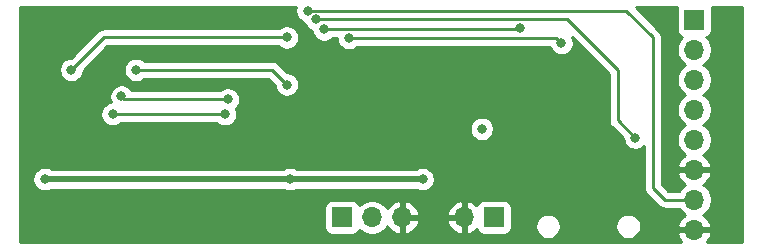
<source format=gbr>
%TF.GenerationSoftware,KiCad,Pcbnew,(5.1.6)-1*%
%TF.CreationDate,2021-07-30T23:56:05+08:00*%
%TF.ProjectId,wireless_measurement_ard,77697265-6c65-4737-935f-6d6561737572,rev?*%
%TF.SameCoordinates,Original*%
%TF.FileFunction,Copper,L2,Bot*%
%TF.FilePolarity,Positive*%
%FSLAX46Y46*%
G04 Gerber Fmt 4.6, Leading zero omitted, Abs format (unit mm)*
G04 Created by KiCad (PCBNEW (5.1.6)-1) date 2021-07-30 23:56:05*
%MOMM*%
%LPD*%
G01*
G04 APERTURE LIST*
%TA.AperFunction,ComponentPad*%
%ADD10O,1.700000X1.700000*%
%TD*%
%TA.AperFunction,ComponentPad*%
%ADD11R,1.700000X1.700000*%
%TD*%
%TA.AperFunction,ViaPad*%
%ADD12C,0.800000*%
%TD*%
%TA.AperFunction,Conductor*%
%ADD13C,0.250000*%
%TD*%
%TA.AperFunction,Conductor*%
%ADD14C,0.500000*%
%TD*%
%TA.AperFunction,Conductor*%
%ADD15C,0.254000*%
%TD*%
G04 APERTURE END LIST*
D10*
%TO.P,EFM8_Prog1,3*%
%TO.N,GND*%
X150500000Y-93500000D03*
%TO.P,EFM8_Prog1,2*%
%TO.N,C2D*%
X147960000Y-93500000D03*
D11*
%TO.P,EFM8_Prog1,1*%
%TO.N,C2CK*%
X145420000Y-93500000D03*
%TD*%
D10*
%TO.P,J1,8*%
%TO.N,GND*%
X175250000Y-94530000D03*
%TO.P,J1,7*%
%TO.N,A3*%
X175250000Y-91990000D03*
%TO.P,J1,6*%
%TO.N,GND*%
X175250000Y-89450000D03*
%TO.P,J1,5*%
%TO.N,A2*%
X175250000Y-86910000D03*
%TO.P,J1,4*%
%TO.N,C2_OUT*%
X175250000Y-84370000D03*
%TO.P,J1,3*%
%TO.N,C2_IN*%
X175250000Y-81830000D03*
%TO.P,J1,2*%
%TO.N,C1_OUT*%
X175250000Y-79290000D03*
D11*
%TO.P,J1,1*%
%TO.N,C1_IN*%
X175250000Y-76750000D03*
%TD*%
D10*
%TO.P,Battery1,2*%
%TO.N,GND*%
X155750000Y-93500000D03*
D11*
%TO.P,Battery1,1*%
%TO.N,BATT*%
X158290000Y-93500000D03*
%TD*%
D12*
%TO.N,A2*%
X143237347Y-76737347D03*
X170250000Y-86750000D03*
%TO.N,GND*%
X156500000Y-85000000D03*
%TO.N,A3*%
X142500000Y-76000000D03*
%TO.N,+3V3*%
X120250000Y-90250000D03*
X152250000Y-90250000D03*
X141000000Y-90250000D03*
%TO.N,ARD_RX*%
X135750000Y-83500000D03*
X126750000Y-83250000D03*
%TO.N,A1*%
X143899462Y-77575232D03*
X160500000Y-77500000D03*
%TO.N,A0*%
X146000000Y-78300232D03*
X164000000Y-78750006D03*
%TO.N,PWRC*%
X122500000Y-81000000D03*
X140750000Y-78250000D03*
%TO.N,ARD_TX*%
X126000000Y-84750000D03*
X135500000Y-84750000D03*
%TO.N,Net-(L1-Pad2)*%
X157250000Y-86000000D03*
%TO.N,STATUS*%
X128000000Y-81000000D03*
X140750000Y-82250000D03*
%TD*%
D13*
%TO.N,A2*%
X164487347Y-76737347D02*
X143237347Y-76737347D01*
X168762653Y-81012653D02*
X164487347Y-76737347D01*
X170250000Y-86750000D02*
X168762653Y-85262653D01*
X168762653Y-85262653D02*
X168762653Y-81012653D01*
%TO.N,A3*%
X142500000Y-76000000D02*
X169500000Y-76000000D01*
X169500000Y-76000000D02*
X171750000Y-78250000D01*
X171750000Y-78250000D02*
X171750000Y-91000000D01*
X172740000Y-91990000D02*
X175250000Y-91990000D01*
X171750000Y-91000000D02*
X172740000Y-91990000D01*
D14*
%TO.N,+3V3*%
X120250000Y-90250000D02*
X152250000Y-90250000D01*
D13*
%TO.N,ARD_RX*%
X135750000Y-83500000D02*
X127000000Y-83500000D01*
X127000000Y-83500000D02*
X126750000Y-83250000D01*
%TO.N,A1*%
X143899462Y-77575232D02*
X160424768Y-77575232D01*
X160424768Y-77575232D02*
X160500000Y-77500000D01*
%TO.N,A0*%
X163550226Y-78300232D02*
X164000000Y-78750006D01*
X146000000Y-78300232D02*
X163550226Y-78300232D01*
%TO.N,PWRC*%
X122500000Y-81000000D02*
X125250000Y-78250000D01*
X125250000Y-78250000D02*
X140750000Y-78250000D01*
%TO.N,ARD_TX*%
X126000000Y-84750000D02*
X135500000Y-84750000D01*
%TO.N,STATUS*%
X128000000Y-81000000D02*
X139500000Y-81000000D01*
X139500000Y-81000000D02*
X140750000Y-82250000D01*
%TD*%
D15*
%TO.N,GND*%
G36*
X141465000Y-75898061D02*
G01*
X141465000Y-76101939D01*
X141504774Y-76301898D01*
X141582795Y-76490256D01*
X141696063Y-76659774D01*
X141840226Y-76803937D01*
X142009744Y-76917205D01*
X142198102Y-76995226D01*
X142234818Y-77002529D01*
X142242121Y-77039245D01*
X142320142Y-77227603D01*
X142433410Y-77397121D01*
X142577573Y-77541284D01*
X142747091Y-77654552D01*
X142870098Y-77705503D01*
X142904236Y-77877130D01*
X142982257Y-78065488D01*
X143095525Y-78235006D01*
X143239688Y-78379169D01*
X143409206Y-78492437D01*
X143597564Y-78570458D01*
X143797523Y-78610232D01*
X144001401Y-78610232D01*
X144201360Y-78570458D01*
X144389718Y-78492437D01*
X144559236Y-78379169D01*
X144603173Y-78335232D01*
X144965000Y-78335232D01*
X144965000Y-78402171D01*
X145004774Y-78602130D01*
X145082795Y-78790488D01*
X145196063Y-78960006D01*
X145340226Y-79104169D01*
X145509744Y-79217437D01*
X145698102Y-79295458D01*
X145898061Y-79335232D01*
X146101939Y-79335232D01*
X146301898Y-79295458D01*
X146490256Y-79217437D01*
X146659774Y-79104169D01*
X146703711Y-79060232D01*
X163008224Y-79060232D01*
X163082795Y-79240262D01*
X163196063Y-79409780D01*
X163340226Y-79553943D01*
X163509744Y-79667211D01*
X163698102Y-79745232D01*
X163898061Y-79785006D01*
X164101939Y-79785006D01*
X164301898Y-79745232D01*
X164490256Y-79667211D01*
X164659774Y-79553943D01*
X164803937Y-79409780D01*
X164917205Y-79240262D01*
X164995226Y-79051904D01*
X165035000Y-78851945D01*
X165035000Y-78648067D01*
X164995226Y-78448108D01*
X164917205Y-78259750D01*
X164881475Y-78206276D01*
X168002654Y-81327456D01*
X168002653Y-85225330D01*
X167998977Y-85262653D01*
X168002653Y-85299975D01*
X168002653Y-85299985D01*
X168013650Y-85411638D01*
X168047575Y-85523475D01*
X168057107Y-85554899D01*
X168127679Y-85686929D01*
X168136849Y-85698102D01*
X168222652Y-85802654D01*
X168251656Y-85826457D01*
X169215000Y-86789802D01*
X169215000Y-86851939D01*
X169254774Y-87051898D01*
X169332795Y-87240256D01*
X169446063Y-87409774D01*
X169590226Y-87553937D01*
X169759744Y-87667205D01*
X169948102Y-87745226D01*
X170148061Y-87785000D01*
X170351939Y-87785000D01*
X170551898Y-87745226D01*
X170740256Y-87667205D01*
X170909774Y-87553937D01*
X170990001Y-87473710D01*
X170990001Y-90962668D01*
X170986324Y-91000000D01*
X170990001Y-91037333D01*
X170999621Y-91135000D01*
X171000998Y-91148985D01*
X171044454Y-91292246D01*
X171115026Y-91424276D01*
X171186201Y-91511002D01*
X171210000Y-91540001D01*
X171238998Y-91563799D01*
X172176205Y-92501008D01*
X172199999Y-92530001D01*
X172228992Y-92553795D01*
X172228996Y-92553799D01*
X172299685Y-92611811D01*
X172315724Y-92624974D01*
X172447753Y-92695546D01*
X172591014Y-92739003D01*
X172702667Y-92750000D01*
X172702676Y-92750000D01*
X172739999Y-92753676D01*
X172777322Y-92750000D01*
X173971822Y-92750000D01*
X174096525Y-92936632D01*
X174303368Y-93143475D01*
X174485534Y-93265195D01*
X174368645Y-93334822D01*
X174152412Y-93529731D01*
X173978359Y-93763080D01*
X173853175Y-94025901D01*
X173808524Y-94173110D01*
X173929845Y-94403000D01*
X175123000Y-94403000D01*
X175123000Y-94383000D01*
X175377000Y-94383000D01*
X175377000Y-94403000D01*
X176570155Y-94403000D01*
X176691476Y-94173110D01*
X176646825Y-94025901D01*
X176521641Y-93763080D01*
X176347588Y-93529731D01*
X176131355Y-93334822D01*
X176014466Y-93265195D01*
X176196632Y-93143475D01*
X176403475Y-92936632D01*
X176565990Y-92693411D01*
X176677932Y-92423158D01*
X176735000Y-92136260D01*
X176735000Y-91843740D01*
X176677932Y-91556842D01*
X176565990Y-91286589D01*
X176403475Y-91043368D01*
X176196632Y-90836525D01*
X176014466Y-90714805D01*
X176131355Y-90645178D01*
X176347588Y-90450269D01*
X176521641Y-90216920D01*
X176646825Y-89954099D01*
X176691476Y-89806890D01*
X176570155Y-89577000D01*
X175377000Y-89577000D01*
X175377000Y-89597000D01*
X175123000Y-89597000D01*
X175123000Y-89577000D01*
X173929845Y-89577000D01*
X173808524Y-89806890D01*
X173853175Y-89954099D01*
X173978359Y-90216920D01*
X174152412Y-90450269D01*
X174368645Y-90645178D01*
X174485534Y-90714805D01*
X174303368Y-90836525D01*
X174096525Y-91043368D01*
X173971822Y-91230000D01*
X173054803Y-91230000D01*
X172510000Y-90685199D01*
X172510000Y-78287333D01*
X172513677Y-78250000D01*
X172499003Y-78101014D01*
X172455546Y-77957753D01*
X172384974Y-77825724D01*
X172313799Y-77738997D01*
X172290001Y-77709999D01*
X172261003Y-77686201D01*
X170284801Y-75710000D01*
X173794063Y-75710000D01*
X173774188Y-75775518D01*
X173761928Y-75900000D01*
X173761928Y-77600000D01*
X173774188Y-77724482D01*
X173810498Y-77844180D01*
X173869463Y-77954494D01*
X173948815Y-78051185D01*
X174045506Y-78130537D01*
X174155820Y-78189502D01*
X174228380Y-78211513D01*
X174096525Y-78343368D01*
X173934010Y-78586589D01*
X173822068Y-78856842D01*
X173765000Y-79143740D01*
X173765000Y-79436260D01*
X173822068Y-79723158D01*
X173934010Y-79993411D01*
X174096525Y-80236632D01*
X174303368Y-80443475D01*
X174477760Y-80560000D01*
X174303368Y-80676525D01*
X174096525Y-80883368D01*
X173934010Y-81126589D01*
X173822068Y-81396842D01*
X173765000Y-81683740D01*
X173765000Y-81976260D01*
X173822068Y-82263158D01*
X173934010Y-82533411D01*
X174096525Y-82776632D01*
X174303368Y-82983475D01*
X174477760Y-83100000D01*
X174303368Y-83216525D01*
X174096525Y-83423368D01*
X173934010Y-83666589D01*
X173822068Y-83936842D01*
X173765000Y-84223740D01*
X173765000Y-84516260D01*
X173822068Y-84803158D01*
X173934010Y-85073411D01*
X174096525Y-85316632D01*
X174303368Y-85523475D01*
X174477760Y-85640000D01*
X174303368Y-85756525D01*
X174096525Y-85963368D01*
X173934010Y-86206589D01*
X173822068Y-86476842D01*
X173765000Y-86763740D01*
X173765000Y-87056260D01*
X173822068Y-87343158D01*
X173934010Y-87613411D01*
X174096525Y-87856632D01*
X174303368Y-88063475D01*
X174485534Y-88185195D01*
X174368645Y-88254822D01*
X174152412Y-88449731D01*
X173978359Y-88683080D01*
X173853175Y-88945901D01*
X173808524Y-89093110D01*
X173929845Y-89323000D01*
X175123000Y-89323000D01*
X175123000Y-89303000D01*
X175377000Y-89303000D01*
X175377000Y-89323000D01*
X176570155Y-89323000D01*
X176691476Y-89093110D01*
X176646825Y-88945901D01*
X176521641Y-88683080D01*
X176347588Y-88449731D01*
X176131355Y-88254822D01*
X176014466Y-88185195D01*
X176196632Y-88063475D01*
X176403475Y-87856632D01*
X176565990Y-87613411D01*
X176677932Y-87343158D01*
X176735000Y-87056260D01*
X176735000Y-86763740D01*
X176677932Y-86476842D01*
X176565990Y-86206589D01*
X176403475Y-85963368D01*
X176196632Y-85756525D01*
X176022240Y-85640000D01*
X176196632Y-85523475D01*
X176403475Y-85316632D01*
X176565990Y-85073411D01*
X176677932Y-84803158D01*
X176735000Y-84516260D01*
X176735000Y-84223740D01*
X176677932Y-83936842D01*
X176565990Y-83666589D01*
X176403475Y-83423368D01*
X176196632Y-83216525D01*
X176022240Y-83100000D01*
X176196632Y-82983475D01*
X176403475Y-82776632D01*
X176565990Y-82533411D01*
X176677932Y-82263158D01*
X176735000Y-81976260D01*
X176735000Y-81683740D01*
X176677932Y-81396842D01*
X176565990Y-81126589D01*
X176403475Y-80883368D01*
X176196632Y-80676525D01*
X176022240Y-80560000D01*
X176196632Y-80443475D01*
X176403475Y-80236632D01*
X176565990Y-79993411D01*
X176677932Y-79723158D01*
X176735000Y-79436260D01*
X176735000Y-79143740D01*
X176677932Y-78856842D01*
X176565990Y-78586589D01*
X176403475Y-78343368D01*
X176271620Y-78211513D01*
X176344180Y-78189502D01*
X176454494Y-78130537D01*
X176551185Y-78051185D01*
X176630537Y-77954494D01*
X176689502Y-77844180D01*
X176725812Y-77724482D01*
X176738072Y-77600000D01*
X176738072Y-75900000D01*
X176725812Y-75775518D01*
X176705937Y-75710000D01*
X179290000Y-75710000D01*
X179290001Y-95540000D01*
X176336792Y-95540000D01*
X176347588Y-95530269D01*
X176521641Y-95296920D01*
X176646825Y-95034099D01*
X176691476Y-94886890D01*
X176570155Y-94657000D01*
X175377000Y-94657000D01*
X175377000Y-94677000D01*
X175123000Y-94677000D01*
X175123000Y-94657000D01*
X173929845Y-94657000D01*
X173808524Y-94886890D01*
X173853175Y-95034099D01*
X173978359Y-95296920D01*
X174152412Y-95530269D01*
X174163208Y-95540000D01*
X118127000Y-95540000D01*
X118127000Y-92650000D01*
X143931928Y-92650000D01*
X143931928Y-94350000D01*
X143944188Y-94474482D01*
X143980498Y-94594180D01*
X144039463Y-94704494D01*
X144118815Y-94801185D01*
X144215506Y-94880537D01*
X144325820Y-94939502D01*
X144445518Y-94975812D01*
X144570000Y-94988072D01*
X146270000Y-94988072D01*
X146394482Y-94975812D01*
X146514180Y-94939502D01*
X146624494Y-94880537D01*
X146721185Y-94801185D01*
X146800537Y-94704494D01*
X146859502Y-94594180D01*
X146881513Y-94521620D01*
X147013368Y-94653475D01*
X147256589Y-94815990D01*
X147526842Y-94927932D01*
X147813740Y-94985000D01*
X148106260Y-94985000D01*
X148393158Y-94927932D01*
X148663411Y-94815990D01*
X148906632Y-94653475D01*
X149113475Y-94446632D01*
X149235195Y-94264466D01*
X149304822Y-94381355D01*
X149499731Y-94597588D01*
X149733080Y-94771641D01*
X149995901Y-94896825D01*
X150143110Y-94941476D01*
X150373000Y-94820155D01*
X150373000Y-93627000D01*
X150627000Y-93627000D01*
X150627000Y-94820155D01*
X150856890Y-94941476D01*
X151004099Y-94896825D01*
X151266920Y-94771641D01*
X151500269Y-94597588D01*
X151695178Y-94381355D01*
X151844157Y-94131252D01*
X151941481Y-93856891D01*
X154308519Y-93856891D01*
X154405843Y-94131252D01*
X154554822Y-94381355D01*
X154749731Y-94597588D01*
X154983080Y-94771641D01*
X155245901Y-94896825D01*
X155393110Y-94941476D01*
X155623000Y-94820155D01*
X155623000Y-93627000D01*
X154429186Y-93627000D01*
X154308519Y-93856891D01*
X151941481Y-93856891D01*
X151820814Y-93627000D01*
X150627000Y-93627000D01*
X150373000Y-93627000D01*
X150353000Y-93627000D01*
X150353000Y-93373000D01*
X150373000Y-93373000D01*
X150373000Y-92179845D01*
X150627000Y-92179845D01*
X150627000Y-93373000D01*
X151820814Y-93373000D01*
X151941481Y-93143109D01*
X154308519Y-93143109D01*
X154429186Y-93373000D01*
X155623000Y-93373000D01*
X155623000Y-92179845D01*
X155877000Y-92179845D01*
X155877000Y-93373000D01*
X155897000Y-93373000D01*
X155897000Y-93627000D01*
X155877000Y-93627000D01*
X155877000Y-94820155D01*
X156106890Y-94941476D01*
X156254099Y-94896825D01*
X156516920Y-94771641D01*
X156750269Y-94597588D01*
X156826034Y-94513534D01*
X156850498Y-94594180D01*
X156909463Y-94704494D01*
X156988815Y-94801185D01*
X157085506Y-94880537D01*
X157195820Y-94939502D01*
X157315518Y-94975812D01*
X157440000Y-94988072D01*
X159140000Y-94988072D01*
X159264482Y-94975812D01*
X159384180Y-94939502D01*
X159494494Y-94880537D01*
X159591185Y-94801185D01*
X159670537Y-94704494D01*
X159729502Y-94594180D01*
X159765812Y-94474482D01*
X159778072Y-94350000D01*
X159778072Y-94143137D01*
X161765000Y-94143137D01*
X161765000Y-94356863D01*
X161806696Y-94566483D01*
X161888485Y-94763940D01*
X162007225Y-94941647D01*
X162158353Y-95092775D01*
X162336060Y-95211515D01*
X162533517Y-95293304D01*
X162743137Y-95335000D01*
X162956863Y-95335000D01*
X163166483Y-95293304D01*
X163363940Y-95211515D01*
X163541647Y-95092775D01*
X163692775Y-94941647D01*
X163811515Y-94763940D01*
X163893304Y-94566483D01*
X163935000Y-94356863D01*
X163935000Y-94143137D01*
X168565000Y-94143137D01*
X168565000Y-94356863D01*
X168606696Y-94566483D01*
X168688485Y-94763940D01*
X168807225Y-94941647D01*
X168958353Y-95092775D01*
X169136060Y-95211515D01*
X169333517Y-95293304D01*
X169543137Y-95335000D01*
X169756863Y-95335000D01*
X169966483Y-95293304D01*
X170163940Y-95211515D01*
X170341647Y-95092775D01*
X170492775Y-94941647D01*
X170611515Y-94763940D01*
X170693304Y-94566483D01*
X170735000Y-94356863D01*
X170735000Y-94143137D01*
X170693304Y-93933517D01*
X170611515Y-93736060D01*
X170492775Y-93558353D01*
X170341647Y-93407225D01*
X170163940Y-93288485D01*
X169966483Y-93206696D01*
X169756863Y-93165000D01*
X169543137Y-93165000D01*
X169333517Y-93206696D01*
X169136060Y-93288485D01*
X168958353Y-93407225D01*
X168807225Y-93558353D01*
X168688485Y-93736060D01*
X168606696Y-93933517D01*
X168565000Y-94143137D01*
X163935000Y-94143137D01*
X163893304Y-93933517D01*
X163811515Y-93736060D01*
X163692775Y-93558353D01*
X163541647Y-93407225D01*
X163363940Y-93288485D01*
X163166483Y-93206696D01*
X162956863Y-93165000D01*
X162743137Y-93165000D01*
X162533517Y-93206696D01*
X162336060Y-93288485D01*
X162158353Y-93407225D01*
X162007225Y-93558353D01*
X161888485Y-93736060D01*
X161806696Y-93933517D01*
X161765000Y-94143137D01*
X159778072Y-94143137D01*
X159778072Y-92650000D01*
X159765812Y-92525518D01*
X159729502Y-92405820D01*
X159670537Y-92295506D01*
X159591185Y-92198815D01*
X159494494Y-92119463D01*
X159384180Y-92060498D01*
X159264482Y-92024188D01*
X159140000Y-92011928D01*
X157440000Y-92011928D01*
X157315518Y-92024188D01*
X157195820Y-92060498D01*
X157085506Y-92119463D01*
X156988815Y-92198815D01*
X156909463Y-92295506D01*
X156850498Y-92405820D01*
X156826034Y-92486466D01*
X156750269Y-92402412D01*
X156516920Y-92228359D01*
X156254099Y-92103175D01*
X156106890Y-92058524D01*
X155877000Y-92179845D01*
X155623000Y-92179845D01*
X155393110Y-92058524D01*
X155245901Y-92103175D01*
X154983080Y-92228359D01*
X154749731Y-92402412D01*
X154554822Y-92618645D01*
X154405843Y-92868748D01*
X154308519Y-93143109D01*
X151941481Y-93143109D01*
X151844157Y-92868748D01*
X151695178Y-92618645D01*
X151500269Y-92402412D01*
X151266920Y-92228359D01*
X151004099Y-92103175D01*
X150856890Y-92058524D01*
X150627000Y-92179845D01*
X150373000Y-92179845D01*
X150143110Y-92058524D01*
X149995901Y-92103175D01*
X149733080Y-92228359D01*
X149499731Y-92402412D01*
X149304822Y-92618645D01*
X149235195Y-92735534D01*
X149113475Y-92553368D01*
X148906632Y-92346525D01*
X148663411Y-92184010D01*
X148393158Y-92072068D01*
X148106260Y-92015000D01*
X147813740Y-92015000D01*
X147526842Y-92072068D01*
X147256589Y-92184010D01*
X147013368Y-92346525D01*
X146881513Y-92478380D01*
X146859502Y-92405820D01*
X146800537Y-92295506D01*
X146721185Y-92198815D01*
X146624494Y-92119463D01*
X146514180Y-92060498D01*
X146394482Y-92024188D01*
X146270000Y-92011928D01*
X144570000Y-92011928D01*
X144445518Y-92024188D01*
X144325820Y-92060498D01*
X144215506Y-92119463D01*
X144118815Y-92198815D01*
X144039463Y-92295506D01*
X143980498Y-92405820D01*
X143944188Y-92525518D01*
X143931928Y-92650000D01*
X118127000Y-92650000D01*
X118127000Y-90148061D01*
X119215000Y-90148061D01*
X119215000Y-90351939D01*
X119254774Y-90551898D01*
X119332795Y-90740256D01*
X119446063Y-90909774D01*
X119590226Y-91053937D01*
X119759744Y-91167205D01*
X119948102Y-91245226D01*
X120148061Y-91285000D01*
X120351939Y-91285000D01*
X120551898Y-91245226D01*
X120740256Y-91167205D01*
X120788454Y-91135000D01*
X140461546Y-91135000D01*
X140509744Y-91167205D01*
X140698102Y-91245226D01*
X140898061Y-91285000D01*
X141101939Y-91285000D01*
X141301898Y-91245226D01*
X141490256Y-91167205D01*
X141538454Y-91135000D01*
X151711546Y-91135000D01*
X151759744Y-91167205D01*
X151948102Y-91245226D01*
X152148061Y-91285000D01*
X152351939Y-91285000D01*
X152551898Y-91245226D01*
X152740256Y-91167205D01*
X152909774Y-91053937D01*
X153053937Y-90909774D01*
X153167205Y-90740256D01*
X153245226Y-90551898D01*
X153285000Y-90351939D01*
X153285000Y-90148061D01*
X153245226Y-89948102D01*
X153167205Y-89759744D01*
X153053937Y-89590226D01*
X152909774Y-89446063D01*
X152740256Y-89332795D01*
X152551898Y-89254774D01*
X152351939Y-89215000D01*
X152148061Y-89215000D01*
X151948102Y-89254774D01*
X151759744Y-89332795D01*
X151711546Y-89365000D01*
X141538454Y-89365000D01*
X141490256Y-89332795D01*
X141301898Y-89254774D01*
X141101939Y-89215000D01*
X140898061Y-89215000D01*
X140698102Y-89254774D01*
X140509744Y-89332795D01*
X140461546Y-89365000D01*
X120788454Y-89365000D01*
X120740256Y-89332795D01*
X120551898Y-89254774D01*
X120351939Y-89215000D01*
X120148061Y-89215000D01*
X119948102Y-89254774D01*
X119759744Y-89332795D01*
X119590226Y-89446063D01*
X119446063Y-89590226D01*
X119332795Y-89759744D01*
X119254774Y-89948102D01*
X119215000Y-90148061D01*
X118127000Y-90148061D01*
X118127000Y-85898061D01*
X156215000Y-85898061D01*
X156215000Y-86101939D01*
X156254774Y-86301898D01*
X156332795Y-86490256D01*
X156446063Y-86659774D01*
X156590226Y-86803937D01*
X156759744Y-86917205D01*
X156948102Y-86995226D01*
X157148061Y-87035000D01*
X157351939Y-87035000D01*
X157551898Y-86995226D01*
X157740256Y-86917205D01*
X157909774Y-86803937D01*
X158053937Y-86659774D01*
X158167205Y-86490256D01*
X158245226Y-86301898D01*
X158285000Y-86101939D01*
X158285000Y-85898061D01*
X158245226Y-85698102D01*
X158167205Y-85509744D01*
X158053937Y-85340226D01*
X157909774Y-85196063D01*
X157740256Y-85082795D01*
X157551898Y-85004774D01*
X157351939Y-84965000D01*
X157148061Y-84965000D01*
X156948102Y-85004774D01*
X156759744Y-85082795D01*
X156590226Y-85196063D01*
X156446063Y-85340226D01*
X156332795Y-85509744D01*
X156254774Y-85698102D01*
X156215000Y-85898061D01*
X118127000Y-85898061D01*
X118127000Y-84648061D01*
X124965000Y-84648061D01*
X124965000Y-84851939D01*
X125004774Y-85051898D01*
X125082795Y-85240256D01*
X125196063Y-85409774D01*
X125340226Y-85553937D01*
X125509744Y-85667205D01*
X125698102Y-85745226D01*
X125898061Y-85785000D01*
X126101939Y-85785000D01*
X126301898Y-85745226D01*
X126490256Y-85667205D01*
X126659774Y-85553937D01*
X126703711Y-85510000D01*
X134796289Y-85510000D01*
X134840226Y-85553937D01*
X135009744Y-85667205D01*
X135198102Y-85745226D01*
X135398061Y-85785000D01*
X135601939Y-85785000D01*
X135801898Y-85745226D01*
X135990256Y-85667205D01*
X136159774Y-85553937D01*
X136303937Y-85409774D01*
X136417205Y-85240256D01*
X136495226Y-85051898D01*
X136535000Y-84851939D01*
X136535000Y-84648061D01*
X136495226Y-84448102D01*
X136427972Y-84285739D01*
X136553937Y-84159774D01*
X136667205Y-83990256D01*
X136745226Y-83801898D01*
X136785000Y-83601939D01*
X136785000Y-83398061D01*
X136745226Y-83198102D01*
X136667205Y-83009744D01*
X136553937Y-82840226D01*
X136409774Y-82696063D01*
X136240256Y-82582795D01*
X136051898Y-82504774D01*
X135851939Y-82465000D01*
X135648061Y-82465000D01*
X135448102Y-82504774D01*
X135259744Y-82582795D01*
X135090226Y-82696063D01*
X135046289Y-82740000D01*
X127654013Y-82740000D01*
X127553937Y-82590226D01*
X127409774Y-82446063D01*
X127240256Y-82332795D01*
X127051898Y-82254774D01*
X126851939Y-82215000D01*
X126648061Y-82215000D01*
X126448102Y-82254774D01*
X126259744Y-82332795D01*
X126090226Y-82446063D01*
X125946063Y-82590226D01*
X125832795Y-82759744D01*
X125754774Y-82948102D01*
X125715000Y-83148061D01*
X125715000Y-83351939D01*
X125754774Y-83551898D01*
X125828098Y-83728916D01*
X125698102Y-83754774D01*
X125509744Y-83832795D01*
X125340226Y-83946063D01*
X125196063Y-84090226D01*
X125082795Y-84259744D01*
X125004774Y-84448102D01*
X124965000Y-84648061D01*
X118127000Y-84648061D01*
X118127000Y-80898061D01*
X121465000Y-80898061D01*
X121465000Y-81101939D01*
X121504774Y-81301898D01*
X121582795Y-81490256D01*
X121696063Y-81659774D01*
X121840226Y-81803937D01*
X122009744Y-81917205D01*
X122198102Y-81995226D01*
X122398061Y-82035000D01*
X122601939Y-82035000D01*
X122801898Y-81995226D01*
X122990256Y-81917205D01*
X123159774Y-81803937D01*
X123303937Y-81659774D01*
X123417205Y-81490256D01*
X123495226Y-81301898D01*
X123535000Y-81101939D01*
X123535000Y-81039801D01*
X123676740Y-80898061D01*
X126965000Y-80898061D01*
X126965000Y-81101939D01*
X127004774Y-81301898D01*
X127082795Y-81490256D01*
X127196063Y-81659774D01*
X127340226Y-81803937D01*
X127509744Y-81917205D01*
X127698102Y-81995226D01*
X127898061Y-82035000D01*
X128101939Y-82035000D01*
X128301898Y-81995226D01*
X128490256Y-81917205D01*
X128659774Y-81803937D01*
X128703711Y-81760000D01*
X139185199Y-81760000D01*
X139715000Y-82289802D01*
X139715000Y-82351939D01*
X139754774Y-82551898D01*
X139832795Y-82740256D01*
X139946063Y-82909774D01*
X140090226Y-83053937D01*
X140259744Y-83167205D01*
X140448102Y-83245226D01*
X140648061Y-83285000D01*
X140851939Y-83285000D01*
X141051898Y-83245226D01*
X141240256Y-83167205D01*
X141409774Y-83053937D01*
X141553937Y-82909774D01*
X141667205Y-82740256D01*
X141745226Y-82551898D01*
X141785000Y-82351939D01*
X141785000Y-82148061D01*
X141745226Y-81948102D01*
X141667205Y-81759744D01*
X141553937Y-81590226D01*
X141409774Y-81446063D01*
X141240256Y-81332795D01*
X141051898Y-81254774D01*
X140851939Y-81215000D01*
X140789802Y-81215000D01*
X140063804Y-80489003D01*
X140040001Y-80459999D01*
X139924276Y-80365026D01*
X139792247Y-80294454D01*
X139648986Y-80250997D01*
X139537333Y-80240000D01*
X139537322Y-80240000D01*
X139500000Y-80236324D01*
X139462678Y-80240000D01*
X128703711Y-80240000D01*
X128659774Y-80196063D01*
X128490256Y-80082795D01*
X128301898Y-80004774D01*
X128101939Y-79965000D01*
X127898061Y-79965000D01*
X127698102Y-80004774D01*
X127509744Y-80082795D01*
X127340226Y-80196063D01*
X127196063Y-80340226D01*
X127082795Y-80509744D01*
X127004774Y-80698102D01*
X126965000Y-80898061D01*
X123676740Y-80898061D01*
X125564802Y-79010000D01*
X140046289Y-79010000D01*
X140090226Y-79053937D01*
X140259744Y-79167205D01*
X140448102Y-79245226D01*
X140648061Y-79285000D01*
X140851939Y-79285000D01*
X141051898Y-79245226D01*
X141240256Y-79167205D01*
X141409774Y-79053937D01*
X141553937Y-78909774D01*
X141667205Y-78740256D01*
X141745226Y-78551898D01*
X141785000Y-78351939D01*
X141785000Y-78148061D01*
X141745226Y-77948102D01*
X141667205Y-77759744D01*
X141553937Y-77590226D01*
X141409774Y-77446063D01*
X141240256Y-77332795D01*
X141051898Y-77254774D01*
X140851939Y-77215000D01*
X140648061Y-77215000D01*
X140448102Y-77254774D01*
X140259744Y-77332795D01*
X140090226Y-77446063D01*
X140046289Y-77490000D01*
X125287322Y-77490000D01*
X125249999Y-77486324D01*
X125212676Y-77490000D01*
X125212667Y-77490000D01*
X125101014Y-77500997D01*
X124957753Y-77544454D01*
X124825724Y-77615026D01*
X124709999Y-77709999D01*
X124686201Y-77738997D01*
X122460199Y-79965000D01*
X122398061Y-79965000D01*
X122198102Y-80004774D01*
X122009744Y-80082795D01*
X121840226Y-80196063D01*
X121696063Y-80340226D01*
X121582795Y-80509744D01*
X121504774Y-80698102D01*
X121465000Y-80898061D01*
X118127000Y-80898061D01*
X118127000Y-75710000D01*
X141502407Y-75710000D01*
X141465000Y-75898061D01*
G37*
X141465000Y-75898061D02*
X141465000Y-76101939D01*
X141504774Y-76301898D01*
X141582795Y-76490256D01*
X141696063Y-76659774D01*
X141840226Y-76803937D01*
X142009744Y-76917205D01*
X142198102Y-76995226D01*
X142234818Y-77002529D01*
X142242121Y-77039245D01*
X142320142Y-77227603D01*
X142433410Y-77397121D01*
X142577573Y-77541284D01*
X142747091Y-77654552D01*
X142870098Y-77705503D01*
X142904236Y-77877130D01*
X142982257Y-78065488D01*
X143095525Y-78235006D01*
X143239688Y-78379169D01*
X143409206Y-78492437D01*
X143597564Y-78570458D01*
X143797523Y-78610232D01*
X144001401Y-78610232D01*
X144201360Y-78570458D01*
X144389718Y-78492437D01*
X144559236Y-78379169D01*
X144603173Y-78335232D01*
X144965000Y-78335232D01*
X144965000Y-78402171D01*
X145004774Y-78602130D01*
X145082795Y-78790488D01*
X145196063Y-78960006D01*
X145340226Y-79104169D01*
X145509744Y-79217437D01*
X145698102Y-79295458D01*
X145898061Y-79335232D01*
X146101939Y-79335232D01*
X146301898Y-79295458D01*
X146490256Y-79217437D01*
X146659774Y-79104169D01*
X146703711Y-79060232D01*
X163008224Y-79060232D01*
X163082795Y-79240262D01*
X163196063Y-79409780D01*
X163340226Y-79553943D01*
X163509744Y-79667211D01*
X163698102Y-79745232D01*
X163898061Y-79785006D01*
X164101939Y-79785006D01*
X164301898Y-79745232D01*
X164490256Y-79667211D01*
X164659774Y-79553943D01*
X164803937Y-79409780D01*
X164917205Y-79240262D01*
X164995226Y-79051904D01*
X165035000Y-78851945D01*
X165035000Y-78648067D01*
X164995226Y-78448108D01*
X164917205Y-78259750D01*
X164881475Y-78206276D01*
X168002654Y-81327456D01*
X168002653Y-85225330D01*
X167998977Y-85262653D01*
X168002653Y-85299975D01*
X168002653Y-85299985D01*
X168013650Y-85411638D01*
X168047575Y-85523475D01*
X168057107Y-85554899D01*
X168127679Y-85686929D01*
X168136849Y-85698102D01*
X168222652Y-85802654D01*
X168251656Y-85826457D01*
X169215000Y-86789802D01*
X169215000Y-86851939D01*
X169254774Y-87051898D01*
X169332795Y-87240256D01*
X169446063Y-87409774D01*
X169590226Y-87553937D01*
X169759744Y-87667205D01*
X169948102Y-87745226D01*
X170148061Y-87785000D01*
X170351939Y-87785000D01*
X170551898Y-87745226D01*
X170740256Y-87667205D01*
X170909774Y-87553937D01*
X170990001Y-87473710D01*
X170990001Y-90962668D01*
X170986324Y-91000000D01*
X170990001Y-91037333D01*
X170999621Y-91135000D01*
X171000998Y-91148985D01*
X171044454Y-91292246D01*
X171115026Y-91424276D01*
X171186201Y-91511002D01*
X171210000Y-91540001D01*
X171238998Y-91563799D01*
X172176205Y-92501008D01*
X172199999Y-92530001D01*
X172228992Y-92553795D01*
X172228996Y-92553799D01*
X172299685Y-92611811D01*
X172315724Y-92624974D01*
X172447753Y-92695546D01*
X172591014Y-92739003D01*
X172702667Y-92750000D01*
X172702676Y-92750000D01*
X172739999Y-92753676D01*
X172777322Y-92750000D01*
X173971822Y-92750000D01*
X174096525Y-92936632D01*
X174303368Y-93143475D01*
X174485534Y-93265195D01*
X174368645Y-93334822D01*
X174152412Y-93529731D01*
X173978359Y-93763080D01*
X173853175Y-94025901D01*
X173808524Y-94173110D01*
X173929845Y-94403000D01*
X175123000Y-94403000D01*
X175123000Y-94383000D01*
X175377000Y-94383000D01*
X175377000Y-94403000D01*
X176570155Y-94403000D01*
X176691476Y-94173110D01*
X176646825Y-94025901D01*
X176521641Y-93763080D01*
X176347588Y-93529731D01*
X176131355Y-93334822D01*
X176014466Y-93265195D01*
X176196632Y-93143475D01*
X176403475Y-92936632D01*
X176565990Y-92693411D01*
X176677932Y-92423158D01*
X176735000Y-92136260D01*
X176735000Y-91843740D01*
X176677932Y-91556842D01*
X176565990Y-91286589D01*
X176403475Y-91043368D01*
X176196632Y-90836525D01*
X176014466Y-90714805D01*
X176131355Y-90645178D01*
X176347588Y-90450269D01*
X176521641Y-90216920D01*
X176646825Y-89954099D01*
X176691476Y-89806890D01*
X176570155Y-89577000D01*
X175377000Y-89577000D01*
X175377000Y-89597000D01*
X175123000Y-89597000D01*
X175123000Y-89577000D01*
X173929845Y-89577000D01*
X173808524Y-89806890D01*
X173853175Y-89954099D01*
X173978359Y-90216920D01*
X174152412Y-90450269D01*
X174368645Y-90645178D01*
X174485534Y-90714805D01*
X174303368Y-90836525D01*
X174096525Y-91043368D01*
X173971822Y-91230000D01*
X173054803Y-91230000D01*
X172510000Y-90685199D01*
X172510000Y-78287333D01*
X172513677Y-78250000D01*
X172499003Y-78101014D01*
X172455546Y-77957753D01*
X172384974Y-77825724D01*
X172313799Y-77738997D01*
X172290001Y-77709999D01*
X172261003Y-77686201D01*
X170284801Y-75710000D01*
X173794063Y-75710000D01*
X173774188Y-75775518D01*
X173761928Y-75900000D01*
X173761928Y-77600000D01*
X173774188Y-77724482D01*
X173810498Y-77844180D01*
X173869463Y-77954494D01*
X173948815Y-78051185D01*
X174045506Y-78130537D01*
X174155820Y-78189502D01*
X174228380Y-78211513D01*
X174096525Y-78343368D01*
X173934010Y-78586589D01*
X173822068Y-78856842D01*
X173765000Y-79143740D01*
X173765000Y-79436260D01*
X173822068Y-79723158D01*
X173934010Y-79993411D01*
X174096525Y-80236632D01*
X174303368Y-80443475D01*
X174477760Y-80560000D01*
X174303368Y-80676525D01*
X174096525Y-80883368D01*
X173934010Y-81126589D01*
X173822068Y-81396842D01*
X173765000Y-81683740D01*
X173765000Y-81976260D01*
X173822068Y-82263158D01*
X173934010Y-82533411D01*
X174096525Y-82776632D01*
X174303368Y-82983475D01*
X174477760Y-83100000D01*
X174303368Y-83216525D01*
X174096525Y-83423368D01*
X173934010Y-83666589D01*
X173822068Y-83936842D01*
X173765000Y-84223740D01*
X173765000Y-84516260D01*
X173822068Y-84803158D01*
X173934010Y-85073411D01*
X174096525Y-85316632D01*
X174303368Y-85523475D01*
X174477760Y-85640000D01*
X174303368Y-85756525D01*
X174096525Y-85963368D01*
X173934010Y-86206589D01*
X173822068Y-86476842D01*
X173765000Y-86763740D01*
X173765000Y-87056260D01*
X173822068Y-87343158D01*
X173934010Y-87613411D01*
X174096525Y-87856632D01*
X174303368Y-88063475D01*
X174485534Y-88185195D01*
X174368645Y-88254822D01*
X174152412Y-88449731D01*
X173978359Y-88683080D01*
X173853175Y-88945901D01*
X173808524Y-89093110D01*
X173929845Y-89323000D01*
X175123000Y-89323000D01*
X175123000Y-89303000D01*
X175377000Y-89303000D01*
X175377000Y-89323000D01*
X176570155Y-89323000D01*
X176691476Y-89093110D01*
X176646825Y-88945901D01*
X176521641Y-88683080D01*
X176347588Y-88449731D01*
X176131355Y-88254822D01*
X176014466Y-88185195D01*
X176196632Y-88063475D01*
X176403475Y-87856632D01*
X176565990Y-87613411D01*
X176677932Y-87343158D01*
X176735000Y-87056260D01*
X176735000Y-86763740D01*
X176677932Y-86476842D01*
X176565990Y-86206589D01*
X176403475Y-85963368D01*
X176196632Y-85756525D01*
X176022240Y-85640000D01*
X176196632Y-85523475D01*
X176403475Y-85316632D01*
X176565990Y-85073411D01*
X176677932Y-84803158D01*
X176735000Y-84516260D01*
X176735000Y-84223740D01*
X176677932Y-83936842D01*
X176565990Y-83666589D01*
X176403475Y-83423368D01*
X176196632Y-83216525D01*
X176022240Y-83100000D01*
X176196632Y-82983475D01*
X176403475Y-82776632D01*
X176565990Y-82533411D01*
X176677932Y-82263158D01*
X176735000Y-81976260D01*
X176735000Y-81683740D01*
X176677932Y-81396842D01*
X176565990Y-81126589D01*
X176403475Y-80883368D01*
X176196632Y-80676525D01*
X176022240Y-80560000D01*
X176196632Y-80443475D01*
X176403475Y-80236632D01*
X176565990Y-79993411D01*
X176677932Y-79723158D01*
X176735000Y-79436260D01*
X176735000Y-79143740D01*
X176677932Y-78856842D01*
X176565990Y-78586589D01*
X176403475Y-78343368D01*
X176271620Y-78211513D01*
X176344180Y-78189502D01*
X176454494Y-78130537D01*
X176551185Y-78051185D01*
X176630537Y-77954494D01*
X176689502Y-77844180D01*
X176725812Y-77724482D01*
X176738072Y-77600000D01*
X176738072Y-75900000D01*
X176725812Y-75775518D01*
X176705937Y-75710000D01*
X179290000Y-75710000D01*
X179290001Y-95540000D01*
X176336792Y-95540000D01*
X176347588Y-95530269D01*
X176521641Y-95296920D01*
X176646825Y-95034099D01*
X176691476Y-94886890D01*
X176570155Y-94657000D01*
X175377000Y-94657000D01*
X175377000Y-94677000D01*
X175123000Y-94677000D01*
X175123000Y-94657000D01*
X173929845Y-94657000D01*
X173808524Y-94886890D01*
X173853175Y-95034099D01*
X173978359Y-95296920D01*
X174152412Y-95530269D01*
X174163208Y-95540000D01*
X118127000Y-95540000D01*
X118127000Y-92650000D01*
X143931928Y-92650000D01*
X143931928Y-94350000D01*
X143944188Y-94474482D01*
X143980498Y-94594180D01*
X144039463Y-94704494D01*
X144118815Y-94801185D01*
X144215506Y-94880537D01*
X144325820Y-94939502D01*
X144445518Y-94975812D01*
X144570000Y-94988072D01*
X146270000Y-94988072D01*
X146394482Y-94975812D01*
X146514180Y-94939502D01*
X146624494Y-94880537D01*
X146721185Y-94801185D01*
X146800537Y-94704494D01*
X146859502Y-94594180D01*
X146881513Y-94521620D01*
X147013368Y-94653475D01*
X147256589Y-94815990D01*
X147526842Y-94927932D01*
X147813740Y-94985000D01*
X148106260Y-94985000D01*
X148393158Y-94927932D01*
X148663411Y-94815990D01*
X148906632Y-94653475D01*
X149113475Y-94446632D01*
X149235195Y-94264466D01*
X149304822Y-94381355D01*
X149499731Y-94597588D01*
X149733080Y-94771641D01*
X149995901Y-94896825D01*
X150143110Y-94941476D01*
X150373000Y-94820155D01*
X150373000Y-93627000D01*
X150627000Y-93627000D01*
X150627000Y-94820155D01*
X150856890Y-94941476D01*
X151004099Y-94896825D01*
X151266920Y-94771641D01*
X151500269Y-94597588D01*
X151695178Y-94381355D01*
X151844157Y-94131252D01*
X151941481Y-93856891D01*
X154308519Y-93856891D01*
X154405843Y-94131252D01*
X154554822Y-94381355D01*
X154749731Y-94597588D01*
X154983080Y-94771641D01*
X155245901Y-94896825D01*
X155393110Y-94941476D01*
X155623000Y-94820155D01*
X155623000Y-93627000D01*
X154429186Y-93627000D01*
X154308519Y-93856891D01*
X151941481Y-93856891D01*
X151820814Y-93627000D01*
X150627000Y-93627000D01*
X150373000Y-93627000D01*
X150353000Y-93627000D01*
X150353000Y-93373000D01*
X150373000Y-93373000D01*
X150373000Y-92179845D01*
X150627000Y-92179845D01*
X150627000Y-93373000D01*
X151820814Y-93373000D01*
X151941481Y-93143109D01*
X154308519Y-93143109D01*
X154429186Y-93373000D01*
X155623000Y-93373000D01*
X155623000Y-92179845D01*
X155877000Y-92179845D01*
X155877000Y-93373000D01*
X155897000Y-93373000D01*
X155897000Y-93627000D01*
X155877000Y-93627000D01*
X155877000Y-94820155D01*
X156106890Y-94941476D01*
X156254099Y-94896825D01*
X156516920Y-94771641D01*
X156750269Y-94597588D01*
X156826034Y-94513534D01*
X156850498Y-94594180D01*
X156909463Y-94704494D01*
X156988815Y-94801185D01*
X157085506Y-94880537D01*
X157195820Y-94939502D01*
X157315518Y-94975812D01*
X157440000Y-94988072D01*
X159140000Y-94988072D01*
X159264482Y-94975812D01*
X159384180Y-94939502D01*
X159494494Y-94880537D01*
X159591185Y-94801185D01*
X159670537Y-94704494D01*
X159729502Y-94594180D01*
X159765812Y-94474482D01*
X159778072Y-94350000D01*
X159778072Y-94143137D01*
X161765000Y-94143137D01*
X161765000Y-94356863D01*
X161806696Y-94566483D01*
X161888485Y-94763940D01*
X162007225Y-94941647D01*
X162158353Y-95092775D01*
X162336060Y-95211515D01*
X162533517Y-95293304D01*
X162743137Y-95335000D01*
X162956863Y-95335000D01*
X163166483Y-95293304D01*
X163363940Y-95211515D01*
X163541647Y-95092775D01*
X163692775Y-94941647D01*
X163811515Y-94763940D01*
X163893304Y-94566483D01*
X163935000Y-94356863D01*
X163935000Y-94143137D01*
X168565000Y-94143137D01*
X168565000Y-94356863D01*
X168606696Y-94566483D01*
X168688485Y-94763940D01*
X168807225Y-94941647D01*
X168958353Y-95092775D01*
X169136060Y-95211515D01*
X169333517Y-95293304D01*
X169543137Y-95335000D01*
X169756863Y-95335000D01*
X169966483Y-95293304D01*
X170163940Y-95211515D01*
X170341647Y-95092775D01*
X170492775Y-94941647D01*
X170611515Y-94763940D01*
X170693304Y-94566483D01*
X170735000Y-94356863D01*
X170735000Y-94143137D01*
X170693304Y-93933517D01*
X170611515Y-93736060D01*
X170492775Y-93558353D01*
X170341647Y-93407225D01*
X170163940Y-93288485D01*
X169966483Y-93206696D01*
X169756863Y-93165000D01*
X169543137Y-93165000D01*
X169333517Y-93206696D01*
X169136060Y-93288485D01*
X168958353Y-93407225D01*
X168807225Y-93558353D01*
X168688485Y-93736060D01*
X168606696Y-93933517D01*
X168565000Y-94143137D01*
X163935000Y-94143137D01*
X163893304Y-93933517D01*
X163811515Y-93736060D01*
X163692775Y-93558353D01*
X163541647Y-93407225D01*
X163363940Y-93288485D01*
X163166483Y-93206696D01*
X162956863Y-93165000D01*
X162743137Y-93165000D01*
X162533517Y-93206696D01*
X162336060Y-93288485D01*
X162158353Y-93407225D01*
X162007225Y-93558353D01*
X161888485Y-93736060D01*
X161806696Y-93933517D01*
X161765000Y-94143137D01*
X159778072Y-94143137D01*
X159778072Y-92650000D01*
X159765812Y-92525518D01*
X159729502Y-92405820D01*
X159670537Y-92295506D01*
X159591185Y-92198815D01*
X159494494Y-92119463D01*
X159384180Y-92060498D01*
X159264482Y-92024188D01*
X159140000Y-92011928D01*
X157440000Y-92011928D01*
X157315518Y-92024188D01*
X157195820Y-92060498D01*
X157085506Y-92119463D01*
X156988815Y-92198815D01*
X156909463Y-92295506D01*
X156850498Y-92405820D01*
X156826034Y-92486466D01*
X156750269Y-92402412D01*
X156516920Y-92228359D01*
X156254099Y-92103175D01*
X156106890Y-92058524D01*
X155877000Y-92179845D01*
X155623000Y-92179845D01*
X155393110Y-92058524D01*
X155245901Y-92103175D01*
X154983080Y-92228359D01*
X154749731Y-92402412D01*
X154554822Y-92618645D01*
X154405843Y-92868748D01*
X154308519Y-93143109D01*
X151941481Y-93143109D01*
X151844157Y-92868748D01*
X151695178Y-92618645D01*
X151500269Y-92402412D01*
X151266920Y-92228359D01*
X151004099Y-92103175D01*
X150856890Y-92058524D01*
X150627000Y-92179845D01*
X150373000Y-92179845D01*
X150143110Y-92058524D01*
X149995901Y-92103175D01*
X149733080Y-92228359D01*
X149499731Y-92402412D01*
X149304822Y-92618645D01*
X149235195Y-92735534D01*
X149113475Y-92553368D01*
X148906632Y-92346525D01*
X148663411Y-92184010D01*
X148393158Y-92072068D01*
X148106260Y-92015000D01*
X147813740Y-92015000D01*
X147526842Y-92072068D01*
X147256589Y-92184010D01*
X147013368Y-92346525D01*
X146881513Y-92478380D01*
X146859502Y-92405820D01*
X146800537Y-92295506D01*
X146721185Y-92198815D01*
X146624494Y-92119463D01*
X146514180Y-92060498D01*
X146394482Y-92024188D01*
X146270000Y-92011928D01*
X144570000Y-92011928D01*
X144445518Y-92024188D01*
X144325820Y-92060498D01*
X144215506Y-92119463D01*
X144118815Y-92198815D01*
X144039463Y-92295506D01*
X143980498Y-92405820D01*
X143944188Y-92525518D01*
X143931928Y-92650000D01*
X118127000Y-92650000D01*
X118127000Y-90148061D01*
X119215000Y-90148061D01*
X119215000Y-90351939D01*
X119254774Y-90551898D01*
X119332795Y-90740256D01*
X119446063Y-90909774D01*
X119590226Y-91053937D01*
X119759744Y-91167205D01*
X119948102Y-91245226D01*
X120148061Y-91285000D01*
X120351939Y-91285000D01*
X120551898Y-91245226D01*
X120740256Y-91167205D01*
X120788454Y-91135000D01*
X140461546Y-91135000D01*
X140509744Y-91167205D01*
X140698102Y-91245226D01*
X140898061Y-91285000D01*
X141101939Y-91285000D01*
X141301898Y-91245226D01*
X141490256Y-91167205D01*
X141538454Y-91135000D01*
X151711546Y-91135000D01*
X151759744Y-91167205D01*
X151948102Y-91245226D01*
X152148061Y-91285000D01*
X152351939Y-91285000D01*
X152551898Y-91245226D01*
X152740256Y-91167205D01*
X152909774Y-91053937D01*
X153053937Y-90909774D01*
X153167205Y-90740256D01*
X153245226Y-90551898D01*
X153285000Y-90351939D01*
X153285000Y-90148061D01*
X153245226Y-89948102D01*
X153167205Y-89759744D01*
X153053937Y-89590226D01*
X152909774Y-89446063D01*
X152740256Y-89332795D01*
X152551898Y-89254774D01*
X152351939Y-89215000D01*
X152148061Y-89215000D01*
X151948102Y-89254774D01*
X151759744Y-89332795D01*
X151711546Y-89365000D01*
X141538454Y-89365000D01*
X141490256Y-89332795D01*
X141301898Y-89254774D01*
X141101939Y-89215000D01*
X140898061Y-89215000D01*
X140698102Y-89254774D01*
X140509744Y-89332795D01*
X140461546Y-89365000D01*
X120788454Y-89365000D01*
X120740256Y-89332795D01*
X120551898Y-89254774D01*
X120351939Y-89215000D01*
X120148061Y-89215000D01*
X119948102Y-89254774D01*
X119759744Y-89332795D01*
X119590226Y-89446063D01*
X119446063Y-89590226D01*
X119332795Y-89759744D01*
X119254774Y-89948102D01*
X119215000Y-90148061D01*
X118127000Y-90148061D01*
X118127000Y-85898061D01*
X156215000Y-85898061D01*
X156215000Y-86101939D01*
X156254774Y-86301898D01*
X156332795Y-86490256D01*
X156446063Y-86659774D01*
X156590226Y-86803937D01*
X156759744Y-86917205D01*
X156948102Y-86995226D01*
X157148061Y-87035000D01*
X157351939Y-87035000D01*
X157551898Y-86995226D01*
X157740256Y-86917205D01*
X157909774Y-86803937D01*
X158053937Y-86659774D01*
X158167205Y-86490256D01*
X158245226Y-86301898D01*
X158285000Y-86101939D01*
X158285000Y-85898061D01*
X158245226Y-85698102D01*
X158167205Y-85509744D01*
X158053937Y-85340226D01*
X157909774Y-85196063D01*
X157740256Y-85082795D01*
X157551898Y-85004774D01*
X157351939Y-84965000D01*
X157148061Y-84965000D01*
X156948102Y-85004774D01*
X156759744Y-85082795D01*
X156590226Y-85196063D01*
X156446063Y-85340226D01*
X156332795Y-85509744D01*
X156254774Y-85698102D01*
X156215000Y-85898061D01*
X118127000Y-85898061D01*
X118127000Y-84648061D01*
X124965000Y-84648061D01*
X124965000Y-84851939D01*
X125004774Y-85051898D01*
X125082795Y-85240256D01*
X125196063Y-85409774D01*
X125340226Y-85553937D01*
X125509744Y-85667205D01*
X125698102Y-85745226D01*
X125898061Y-85785000D01*
X126101939Y-85785000D01*
X126301898Y-85745226D01*
X126490256Y-85667205D01*
X126659774Y-85553937D01*
X126703711Y-85510000D01*
X134796289Y-85510000D01*
X134840226Y-85553937D01*
X135009744Y-85667205D01*
X135198102Y-85745226D01*
X135398061Y-85785000D01*
X135601939Y-85785000D01*
X135801898Y-85745226D01*
X135990256Y-85667205D01*
X136159774Y-85553937D01*
X136303937Y-85409774D01*
X136417205Y-85240256D01*
X136495226Y-85051898D01*
X136535000Y-84851939D01*
X136535000Y-84648061D01*
X136495226Y-84448102D01*
X136427972Y-84285739D01*
X136553937Y-84159774D01*
X136667205Y-83990256D01*
X136745226Y-83801898D01*
X136785000Y-83601939D01*
X136785000Y-83398061D01*
X136745226Y-83198102D01*
X136667205Y-83009744D01*
X136553937Y-82840226D01*
X136409774Y-82696063D01*
X136240256Y-82582795D01*
X136051898Y-82504774D01*
X135851939Y-82465000D01*
X135648061Y-82465000D01*
X135448102Y-82504774D01*
X135259744Y-82582795D01*
X135090226Y-82696063D01*
X135046289Y-82740000D01*
X127654013Y-82740000D01*
X127553937Y-82590226D01*
X127409774Y-82446063D01*
X127240256Y-82332795D01*
X127051898Y-82254774D01*
X126851939Y-82215000D01*
X126648061Y-82215000D01*
X126448102Y-82254774D01*
X126259744Y-82332795D01*
X126090226Y-82446063D01*
X125946063Y-82590226D01*
X125832795Y-82759744D01*
X125754774Y-82948102D01*
X125715000Y-83148061D01*
X125715000Y-83351939D01*
X125754774Y-83551898D01*
X125828098Y-83728916D01*
X125698102Y-83754774D01*
X125509744Y-83832795D01*
X125340226Y-83946063D01*
X125196063Y-84090226D01*
X125082795Y-84259744D01*
X125004774Y-84448102D01*
X124965000Y-84648061D01*
X118127000Y-84648061D01*
X118127000Y-80898061D01*
X121465000Y-80898061D01*
X121465000Y-81101939D01*
X121504774Y-81301898D01*
X121582795Y-81490256D01*
X121696063Y-81659774D01*
X121840226Y-81803937D01*
X122009744Y-81917205D01*
X122198102Y-81995226D01*
X122398061Y-82035000D01*
X122601939Y-82035000D01*
X122801898Y-81995226D01*
X122990256Y-81917205D01*
X123159774Y-81803937D01*
X123303937Y-81659774D01*
X123417205Y-81490256D01*
X123495226Y-81301898D01*
X123535000Y-81101939D01*
X123535000Y-81039801D01*
X123676740Y-80898061D01*
X126965000Y-80898061D01*
X126965000Y-81101939D01*
X127004774Y-81301898D01*
X127082795Y-81490256D01*
X127196063Y-81659774D01*
X127340226Y-81803937D01*
X127509744Y-81917205D01*
X127698102Y-81995226D01*
X127898061Y-82035000D01*
X128101939Y-82035000D01*
X128301898Y-81995226D01*
X128490256Y-81917205D01*
X128659774Y-81803937D01*
X128703711Y-81760000D01*
X139185199Y-81760000D01*
X139715000Y-82289802D01*
X139715000Y-82351939D01*
X139754774Y-82551898D01*
X139832795Y-82740256D01*
X139946063Y-82909774D01*
X140090226Y-83053937D01*
X140259744Y-83167205D01*
X140448102Y-83245226D01*
X140648061Y-83285000D01*
X140851939Y-83285000D01*
X141051898Y-83245226D01*
X141240256Y-83167205D01*
X141409774Y-83053937D01*
X141553937Y-82909774D01*
X141667205Y-82740256D01*
X141745226Y-82551898D01*
X141785000Y-82351939D01*
X141785000Y-82148061D01*
X141745226Y-81948102D01*
X141667205Y-81759744D01*
X141553937Y-81590226D01*
X141409774Y-81446063D01*
X141240256Y-81332795D01*
X141051898Y-81254774D01*
X140851939Y-81215000D01*
X140789802Y-81215000D01*
X140063804Y-80489003D01*
X140040001Y-80459999D01*
X139924276Y-80365026D01*
X139792247Y-80294454D01*
X139648986Y-80250997D01*
X139537333Y-80240000D01*
X139537322Y-80240000D01*
X139500000Y-80236324D01*
X139462678Y-80240000D01*
X128703711Y-80240000D01*
X128659774Y-80196063D01*
X128490256Y-80082795D01*
X128301898Y-80004774D01*
X128101939Y-79965000D01*
X127898061Y-79965000D01*
X127698102Y-80004774D01*
X127509744Y-80082795D01*
X127340226Y-80196063D01*
X127196063Y-80340226D01*
X127082795Y-80509744D01*
X127004774Y-80698102D01*
X126965000Y-80898061D01*
X123676740Y-80898061D01*
X125564802Y-79010000D01*
X140046289Y-79010000D01*
X140090226Y-79053937D01*
X140259744Y-79167205D01*
X140448102Y-79245226D01*
X140648061Y-79285000D01*
X140851939Y-79285000D01*
X141051898Y-79245226D01*
X141240256Y-79167205D01*
X141409774Y-79053937D01*
X141553937Y-78909774D01*
X141667205Y-78740256D01*
X141745226Y-78551898D01*
X141785000Y-78351939D01*
X141785000Y-78148061D01*
X141745226Y-77948102D01*
X141667205Y-77759744D01*
X141553937Y-77590226D01*
X141409774Y-77446063D01*
X141240256Y-77332795D01*
X141051898Y-77254774D01*
X140851939Y-77215000D01*
X140648061Y-77215000D01*
X140448102Y-77254774D01*
X140259744Y-77332795D01*
X140090226Y-77446063D01*
X140046289Y-77490000D01*
X125287322Y-77490000D01*
X125249999Y-77486324D01*
X125212676Y-77490000D01*
X125212667Y-77490000D01*
X125101014Y-77500997D01*
X124957753Y-77544454D01*
X124825724Y-77615026D01*
X124709999Y-77709999D01*
X124686201Y-77738997D01*
X122460199Y-79965000D01*
X122398061Y-79965000D01*
X122198102Y-80004774D01*
X122009744Y-80082795D01*
X121840226Y-80196063D01*
X121696063Y-80340226D01*
X121582795Y-80509744D01*
X121504774Y-80698102D01*
X121465000Y-80898061D01*
X118127000Y-80898061D01*
X118127000Y-75710000D01*
X141502407Y-75710000D01*
X141465000Y-75898061D01*
%TD*%
M02*

</source>
